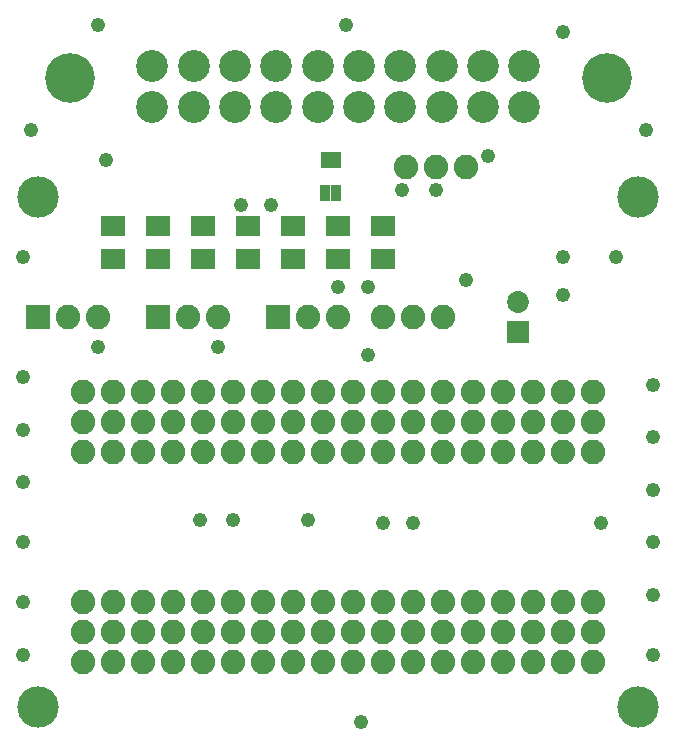
<source format=gbs>
G75*
%MOIN*%
%OFA0B0*%
%FSLAX25Y25*%
%IPPOS*%
%LPD*%
%AMOC8*
5,1,8,0,0,1.08239X$1,22.5*
%
%ADD10C,0.10643*%
%ADD11C,0.16548*%
%ADD12C,0.08200*%
%ADD13R,0.07887X0.07099*%
%ADD14R,0.03300X0.05800*%
%ADD15R,0.08200X0.08200*%
%ADD16C,0.07300*%
%ADD17R,0.07300X0.07300*%
%ADD18C,0.13800*%
%ADD19C,0.04762*%
D10*
X0054792Y0216800D03*
X0054792Y0230580D03*
X0068572Y0230580D03*
X0068572Y0216800D03*
X0082351Y0216800D03*
X0082351Y0230580D03*
X0096131Y0230580D03*
X0096131Y0216800D03*
X0109910Y0216800D03*
X0109910Y0230580D03*
X0123690Y0230580D03*
X0123690Y0216800D03*
X0137469Y0216800D03*
X0137469Y0230580D03*
X0151249Y0230580D03*
X0151249Y0216800D03*
X0165028Y0216800D03*
X0165028Y0230580D03*
X0178808Y0230580D03*
X0178808Y0216800D03*
D11*
X0206367Y0226485D03*
X0027233Y0226485D03*
D12*
X0026800Y0146800D03*
X0036800Y0146800D03*
X0031800Y0121800D03*
X0031800Y0111800D03*
X0031800Y0101800D03*
X0041800Y0101800D03*
X0041800Y0111800D03*
X0041800Y0121800D03*
X0051800Y0121800D03*
X0051800Y0111800D03*
X0051800Y0101800D03*
X0061800Y0101800D03*
X0061800Y0111800D03*
X0061800Y0121800D03*
X0071800Y0121800D03*
X0071800Y0111800D03*
X0071800Y0101800D03*
X0081800Y0101800D03*
X0081800Y0111800D03*
X0081800Y0121800D03*
X0091800Y0121800D03*
X0091800Y0111800D03*
X0091800Y0101800D03*
X0101800Y0101800D03*
X0101800Y0111800D03*
X0101800Y0121800D03*
X0111800Y0121800D03*
X0111800Y0111800D03*
X0111800Y0101800D03*
X0121800Y0101800D03*
X0121800Y0111800D03*
X0121800Y0121800D03*
X0131800Y0121800D03*
X0131800Y0111800D03*
X0131800Y0101800D03*
X0141800Y0101800D03*
X0141800Y0111800D03*
X0141800Y0121800D03*
X0151800Y0121800D03*
X0151800Y0111800D03*
X0151800Y0101800D03*
X0161800Y0101800D03*
X0161800Y0111800D03*
X0161800Y0121800D03*
X0171800Y0121800D03*
X0171800Y0111800D03*
X0171800Y0101800D03*
X0181800Y0101800D03*
X0181800Y0111800D03*
X0181800Y0121800D03*
X0191800Y0121800D03*
X0191800Y0111800D03*
X0191800Y0101800D03*
X0201800Y0101800D03*
X0201800Y0111800D03*
X0201800Y0121800D03*
X0151800Y0146800D03*
X0141800Y0146800D03*
X0131800Y0146800D03*
X0116800Y0146800D03*
X0106800Y0146800D03*
X0076800Y0146800D03*
X0066800Y0146800D03*
X0139300Y0196800D03*
X0149300Y0196800D03*
X0159300Y0196800D03*
X0161800Y0051800D03*
X0161800Y0041800D03*
X0161800Y0031800D03*
X0171800Y0031800D03*
X0171800Y0041800D03*
X0171800Y0051800D03*
X0181800Y0051800D03*
X0181800Y0041800D03*
X0181800Y0031800D03*
X0191800Y0031800D03*
X0191800Y0041800D03*
X0191800Y0051800D03*
X0201800Y0051800D03*
X0201800Y0041800D03*
X0201800Y0031800D03*
X0151800Y0031800D03*
X0151800Y0041800D03*
X0151800Y0051800D03*
X0141800Y0051800D03*
X0141800Y0041800D03*
X0141800Y0031800D03*
X0131800Y0031800D03*
X0131800Y0041800D03*
X0131800Y0051800D03*
X0121800Y0051800D03*
X0121800Y0041800D03*
X0121800Y0031800D03*
X0111800Y0031800D03*
X0111800Y0041800D03*
X0111800Y0051800D03*
X0101800Y0051800D03*
X0101800Y0041800D03*
X0101800Y0031800D03*
X0091800Y0031800D03*
X0091800Y0041800D03*
X0091800Y0051800D03*
X0081800Y0051800D03*
X0081800Y0041800D03*
X0081800Y0031800D03*
X0071800Y0031800D03*
X0071800Y0041800D03*
X0071800Y0051800D03*
X0061800Y0051800D03*
X0061800Y0041800D03*
X0061800Y0031800D03*
X0051800Y0031800D03*
X0051800Y0041800D03*
X0051800Y0051800D03*
X0041800Y0051800D03*
X0041800Y0041800D03*
X0041800Y0031800D03*
X0031800Y0031800D03*
X0031800Y0041800D03*
X0031800Y0051800D03*
D13*
X0041800Y0166288D03*
X0041800Y0177312D03*
X0056800Y0177312D03*
X0056800Y0166288D03*
X0071800Y0166288D03*
X0071800Y0177312D03*
X0086800Y0177312D03*
X0086800Y0166288D03*
X0101800Y0166288D03*
X0101800Y0177312D03*
X0116800Y0177312D03*
X0116800Y0166288D03*
X0131800Y0166288D03*
X0131800Y0177312D03*
D14*
X0116072Y0188050D03*
X0112528Y0188050D03*
X0112678Y0199300D03*
X0115922Y0199300D03*
D15*
X0096800Y0146800D03*
X0056800Y0146800D03*
X0016800Y0146800D03*
D16*
X0176800Y0151800D03*
D17*
X0176800Y0141800D03*
D18*
X0016800Y0016800D03*
X0016800Y0186800D03*
X0216800Y0186800D03*
X0216800Y0016800D03*
D19*
X0221800Y0034300D03*
X0221800Y0054300D03*
X0221800Y0071800D03*
X0221800Y0089300D03*
X0221800Y0106800D03*
X0221800Y0124300D03*
X0191800Y0154300D03*
X0191800Y0166800D03*
X0209300Y0166800D03*
X0219300Y0209300D03*
X0191800Y0241800D03*
X0166800Y0200550D03*
X0149300Y0189300D03*
X0138050Y0189300D03*
X0159300Y0159300D03*
X0126800Y0156800D03*
X0116800Y0156800D03*
X0126800Y0134300D03*
X0094300Y0184300D03*
X0084300Y0184300D03*
X0076800Y0136800D03*
X0036800Y0136800D03*
X0011800Y0126800D03*
X0011800Y0109300D03*
X0011800Y0091800D03*
X0011800Y0071800D03*
X0011800Y0051800D03*
X0011800Y0034300D03*
X0070550Y0079300D03*
X0081800Y0079300D03*
X0106800Y0079300D03*
X0131800Y0078050D03*
X0141800Y0078050D03*
X0124300Y0011800D03*
X0204300Y0078050D03*
X0119300Y0244300D03*
X0039300Y0199300D03*
X0014300Y0209300D03*
X0036800Y0244300D03*
X0011800Y0166800D03*
M02*

</source>
